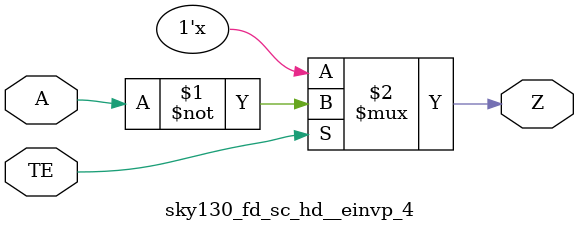
<source format=v>
/*
 * Copyright 2020 The SkyWater PDK Authors
 *
 * Licensed under the Apache License, Version 2.0 (the "License");
 * you may not use this file except in compliance with the License.
 * You may obtain a copy of the License at
 *
 *     https://www.apache.org/licenses/LICENSE-2.0
 *
 * Unless required by applicable law or agreed to in writing, software
 * distributed under the License is distributed on an "AS IS" BASIS,
 * WITHOUT WARRANTIES OR CONDITIONS OF ANY KIND, either express or implied.
 * See the License for the specific language governing permissions and
 * limitations under the License.
 *
 * SPDX-License-Identifier: Apache-2.0
*/


`ifndef SKY130_FD_SC_HD__EINVP_4_FUNCTIONAL_V
`define SKY130_FD_SC_HD__EINVP_4_FUNCTIONAL_V

/**
 * einvp: Tri-state inverter, positive enable.
 *
 * Verilog simulation functional model.
 */

`timescale 1ns / 1ps
`default_nettype none

`celldefine
module sky130_fd_sc_hd__einvp_4 (
    Z ,
    A ,
    TE
);

    // Module ports
    output Z ;
    input  A ;
    input  TE;

    //     Name     Output  Other arguments
    notif1 notif10 (Z     , A, TE          );

endmodule
`endcelldefine

`default_nettype wire
`endif  // SKY130_FD_SC_HD__EINVP_4_FUNCTIONAL_V

</source>
